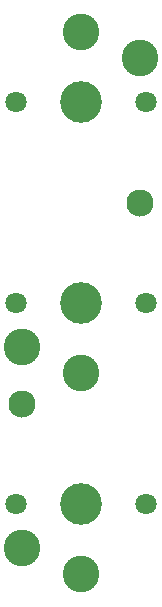
<source format=gbr>
%TF.GenerationSoftware,KiCad,Pcbnew,(7.0.0-0)*%
%TF.CreationDate,2023-06-28T18:09:58+08:00*%
%TF.ProjectId,thumb3,7468756d-6233-42e6-9b69-6361645f7063,v1.0.0*%
%TF.SameCoordinates,Original*%
%TF.FileFunction,Soldermask,Top*%
%TF.FilePolarity,Negative*%
%FSLAX46Y46*%
G04 Gerber Fmt 4.6, Leading zero omitted, Abs format (unit mm)*
G04 Created by KiCad (PCBNEW (7.0.0-0)) date 2023-06-28 18:09:58*
%MOMM*%
%LPD*%
G01*
G04 APERTURE LIST*
%ADD10C,2.300000*%
%ADD11C,3.529000*%
%ADD12C,1.801800*%
%ADD13C,3.100000*%
G04 APERTURE END LIST*
D10*
%TO.C,H1*%
X-5000000Y8500000D03*
%TD*%
%TO.C,H2*%
X5000000Y25500000D03*
%TD*%
D11*
%TO.C,S1*%
X0Y34000000D03*
D12*
X-5500000Y34000000D03*
X5500000Y34000000D03*
D13*
X5000000Y37750000D03*
X0Y39950000D03*
%TD*%
D11*
%TO.C,S2*%
X0Y17000000D03*
D12*
X5500000Y17000000D03*
X-5500000Y17000000D03*
D13*
X-5000000Y13250000D03*
X0Y11050000D03*
%TD*%
D11*
%TO.C,S3*%
X0Y0D03*
D12*
X5500000Y0D03*
X-5500000Y0D03*
D13*
X-5000000Y-3750000D03*
X0Y-5950000D03*
%TD*%
M02*

</source>
